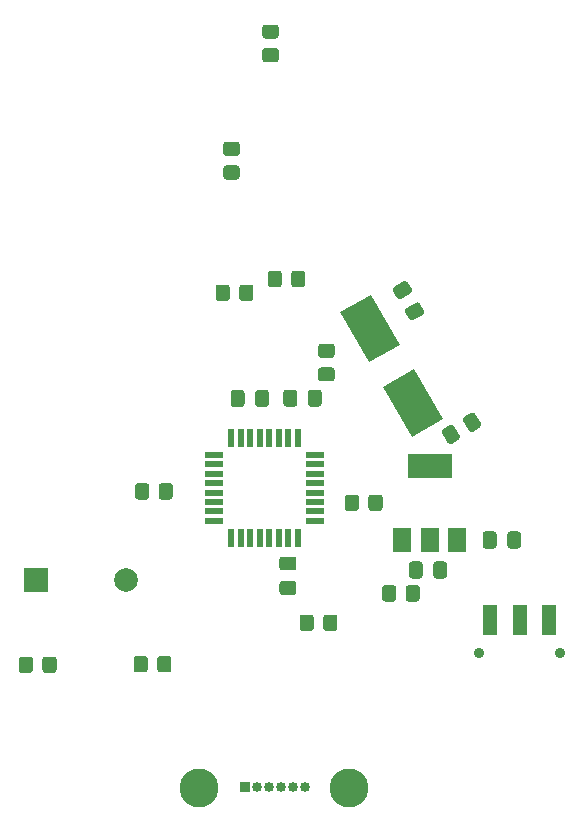
<source format=gbr>
%TF.GenerationSoftware,KiCad,Pcbnew,(5.1.10)-1*%
%TF.CreationDate,2021-11-13T13:30:36-05:00*%
%TF.ProjectId,Electronics Club,456c6563-7472-46f6-9e69-637320436c75,rev?*%
%TF.SameCoordinates,Original*%
%TF.FileFunction,Soldermask,Bot*%
%TF.FilePolarity,Negative*%
%FSLAX46Y46*%
G04 Gerber Fmt 4.6, Leading zero omitted, Abs format (unit mm)*
G04 Created by KiCad (PCBNEW (5.1.10)-1) date 2021-11-13 13:30:36*
%MOMM*%
%LPD*%
G01*
G04 APERTURE LIST*
%ADD10C,3.300000*%
%ADD11R,2.000000X2.000000*%
%ADD12C,2.000000*%
%ADD13R,0.850000X0.850000*%
%ADD14O,0.850000X0.850000*%
%ADD15R,1.250000X2.500000*%
%ADD16C,0.900000*%
%ADD17R,3.800000X2.000000*%
%ADD18R,1.500000X2.000000*%
%ADD19R,0.550000X1.600000*%
%ADD20R,1.600000X0.550000*%
%ADD21C,0.100000*%
G04 APERTURE END LIST*
D10*
%TO.C,BT1*%
X176022000Y-127000000D03*
X188722000Y-127000000D03*
%TD*%
D11*
%TO.C,BZ1*%
X162255200Y-109372400D03*
D12*
X169855200Y-109372400D03*
%TD*%
%TO.C,C1*%
G36*
G01*
X201255300Y-105544600D02*
X201255300Y-106494600D01*
G75*
G02*
X201005300Y-106744600I-250000J0D01*
G01*
X200330300Y-106744600D01*
G75*
G02*
X200080300Y-106494600I0J250000D01*
G01*
X200080300Y-105544600D01*
G75*
G02*
X200330300Y-105294600I250000J0D01*
G01*
X201005300Y-105294600D01*
G75*
G02*
X201255300Y-105544600I0J-250000D01*
G01*
G37*
G36*
G01*
X203330300Y-105544600D02*
X203330300Y-106494600D01*
G75*
G02*
X203080300Y-106744600I-250000J0D01*
G01*
X202405300Y-106744600D01*
G75*
G02*
X202155300Y-106494600I0J250000D01*
G01*
X202155300Y-105544600D01*
G75*
G02*
X202405300Y-105294600I250000J0D01*
G01*
X203080300Y-105294600D01*
G75*
G02*
X203330300Y-105544600I0J-250000D01*
G01*
G37*
%TD*%
%TO.C,C2*%
G36*
G01*
X193831900Y-109034600D02*
X193831900Y-108084600D01*
G75*
G02*
X194081900Y-107834600I250000J0D01*
G01*
X194756900Y-107834600D01*
G75*
G02*
X195006900Y-108084600I0J-250000D01*
G01*
X195006900Y-109034600D01*
G75*
G02*
X194756900Y-109284600I-250000J0D01*
G01*
X194081900Y-109284600D01*
G75*
G02*
X193831900Y-109034600I0J250000D01*
G01*
G37*
G36*
G01*
X195906900Y-109034600D02*
X195906900Y-108084600D01*
G75*
G02*
X196156900Y-107834600I250000J0D01*
G01*
X196831900Y-107834600D01*
G75*
G02*
X197081900Y-108084600I0J-250000D01*
G01*
X197081900Y-109034600D01*
G75*
G02*
X196831900Y-109284600I-250000J0D01*
G01*
X196156900Y-109284600D01*
G75*
G02*
X195906900Y-109034600I0J250000D01*
G01*
G37*
%TD*%
%TO.C,C3*%
G36*
G01*
X185285800Y-94480400D02*
X185285800Y-93530400D01*
G75*
G02*
X185535800Y-93280400I250000J0D01*
G01*
X186210800Y-93280400D01*
G75*
G02*
X186460800Y-93530400I0J-250000D01*
G01*
X186460800Y-94480400D01*
G75*
G02*
X186210800Y-94730400I-250000J0D01*
G01*
X185535800Y-94730400D01*
G75*
G02*
X185285800Y-94480400I0J250000D01*
G01*
G37*
G36*
G01*
X183210800Y-94480400D02*
X183210800Y-93530400D01*
G75*
G02*
X183460800Y-93280400I250000J0D01*
G01*
X184135800Y-93280400D01*
G75*
G02*
X184385800Y-93530400I0J-250000D01*
G01*
X184385800Y-94480400D01*
G75*
G02*
X184135800Y-94730400I-250000J0D01*
G01*
X183460800Y-94730400D01*
G75*
G02*
X183210800Y-94480400I0J250000D01*
G01*
G37*
%TD*%
%TO.C,C4*%
G36*
G01*
X183116200Y-107421100D02*
X184066200Y-107421100D01*
G75*
G02*
X184316200Y-107671100I0J-250000D01*
G01*
X184316200Y-108346100D01*
G75*
G02*
X184066200Y-108596100I-250000J0D01*
G01*
X183116200Y-108596100D01*
G75*
G02*
X182866200Y-108346100I0J250000D01*
G01*
X182866200Y-107671100D01*
G75*
G02*
X183116200Y-107421100I250000J0D01*
G01*
G37*
G36*
G01*
X183116200Y-109496100D02*
X184066200Y-109496100D01*
G75*
G02*
X184316200Y-109746100I0J-250000D01*
G01*
X184316200Y-110421100D01*
G75*
G02*
X184066200Y-110671100I-250000J0D01*
G01*
X183116200Y-110671100D01*
G75*
G02*
X182866200Y-110421100I0J250000D01*
G01*
X182866200Y-109746100D01*
G75*
G02*
X183116200Y-109496100I250000J0D01*
G01*
G37*
%TD*%
%TO.C,C5*%
G36*
G01*
X179919300Y-93555800D02*
X179919300Y-94505800D01*
G75*
G02*
X179669300Y-94755800I-250000J0D01*
G01*
X178994300Y-94755800D01*
G75*
G02*
X178744300Y-94505800I0J250000D01*
G01*
X178744300Y-93555800D01*
G75*
G02*
X178994300Y-93305800I250000J0D01*
G01*
X179669300Y-93305800D01*
G75*
G02*
X179919300Y-93555800I0J-250000D01*
G01*
G37*
G36*
G01*
X181994300Y-93555800D02*
X181994300Y-94505800D01*
G75*
G02*
X181744300Y-94755800I-250000J0D01*
G01*
X181069300Y-94755800D01*
G75*
G02*
X180819300Y-94505800I0J250000D01*
G01*
X180819300Y-93555800D01*
G75*
G02*
X181069300Y-93305800I250000J0D01*
G01*
X181744300Y-93305800D01*
G75*
G02*
X181994300Y-93555800I0J-250000D01*
G01*
G37*
%TD*%
%TO.C,C6*%
G36*
G01*
X195015112Y-86936090D02*
X194192388Y-87411090D01*
G75*
G02*
X193850882Y-87319584I-125000J216506D01*
G01*
X193513382Y-86735016D01*
G75*
G02*
X193604888Y-86393510I216506J125000D01*
G01*
X194427612Y-85918510D01*
G75*
G02*
X194769118Y-86010016I125000J-216506D01*
G01*
X195106618Y-86594584D01*
G75*
G02*
X195015112Y-86936090I-216506J-125000D01*
G01*
G37*
G36*
G01*
X193977612Y-85139088D02*
X193154888Y-85614088D01*
G75*
G02*
X192813382Y-85522582I-125000J216506D01*
G01*
X192475882Y-84938014D01*
G75*
G02*
X192567388Y-84596508I216506J125000D01*
G01*
X193390112Y-84121508D01*
G75*
G02*
X193731618Y-84213014I125000J-216506D01*
G01*
X194069118Y-84797582D01*
G75*
G02*
X193977612Y-85139088I-216506J-125000D01*
G01*
G37*
%TD*%
%TO.C,C7*%
G36*
G01*
X199445390Y-95332288D02*
X199920390Y-96155012D01*
G75*
G02*
X199828884Y-96496518I-216506J-125000D01*
G01*
X199244316Y-96834018D01*
G75*
G02*
X198902810Y-96742512I-125000J216506D01*
G01*
X198427810Y-95919788D01*
G75*
G02*
X198519316Y-95578282I216506J125000D01*
G01*
X199103884Y-95240782D01*
G75*
G02*
X199445390Y-95332288I125000J-216506D01*
G01*
G37*
G36*
G01*
X197648388Y-96369788D02*
X198123388Y-97192512D01*
G75*
G02*
X198031882Y-97534018I-216506J-125000D01*
G01*
X197447314Y-97871518D01*
G75*
G02*
X197105808Y-97780012I-125000J216506D01*
G01*
X196630808Y-96957288D01*
G75*
G02*
X196722314Y-96615782I216506J125000D01*
G01*
X197306882Y-96278282D01*
G75*
G02*
X197648388Y-96369788I125000J-216506D01*
G01*
G37*
%TD*%
D13*
%TO.C,J1*%
X179997600Y-126898400D03*
D14*
X180997600Y-126898400D03*
X181997600Y-126898400D03*
X182997600Y-126898400D03*
X183997600Y-126898400D03*
X184997600Y-126898400D03*
%TD*%
%TO.C,R1*%
G36*
G01*
X182568001Y-65573200D02*
X181667999Y-65573200D01*
G75*
G02*
X181418000Y-65323201I0J249999D01*
G01*
X181418000Y-64623199D01*
G75*
G02*
X181667999Y-64373200I249999J0D01*
G01*
X182568001Y-64373200D01*
G75*
G02*
X182818000Y-64623199I0J-249999D01*
G01*
X182818000Y-65323201D01*
G75*
G02*
X182568001Y-65573200I-249999J0D01*
G01*
G37*
G36*
G01*
X182568001Y-63573200D02*
X181667999Y-63573200D01*
G75*
G02*
X181418000Y-63323201I0J249999D01*
G01*
X181418000Y-62623199D01*
G75*
G02*
X181667999Y-62373200I249999J0D01*
G01*
X182568001Y-62373200D01*
G75*
G02*
X182818000Y-62623199I0J-249999D01*
G01*
X182818000Y-63323201D01*
G75*
G02*
X182568001Y-63573200I-249999J0D01*
G01*
G37*
%TD*%
%TO.C,R2*%
G36*
G01*
X162007600Y-116135999D02*
X162007600Y-117036001D01*
G75*
G02*
X161757601Y-117286000I-249999J0D01*
G01*
X161057599Y-117286000D01*
G75*
G02*
X160807600Y-117036001I0J249999D01*
G01*
X160807600Y-116135999D01*
G75*
G02*
X161057599Y-115886000I249999J0D01*
G01*
X161757601Y-115886000D01*
G75*
G02*
X162007600Y-116135999I0J-249999D01*
G01*
G37*
G36*
G01*
X164007600Y-116135999D02*
X164007600Y-117036001D01*
G75*
G02*
X163757601Y-117286000I-249999J0D01*
G01*
X163057599Y-117286000D01*
G75*
G02*
X162807600Y-117036001I0J249999D01*
G01*
X162807600Y-116135999D01*
G75*
G02*
X163057599Y-115886000I249999J0D01*
G01*
X163757601Y-115886000D01*
G75*
G02*
X164007600Y-116135999I0J-249999D01*
G01*
G37*
%TD*%
%TO.C,R3*%
G36*
G01*
X180670000Y-84639999D02*
X180670000Y-85540001D01*
G75*
G02*
X180420001Y-85790000I-249999J0D01*
G01*
X179719999Y-85790000D01*
G75*
G02*
X179470000Y-85540001I0J249999D01*
G01*
X179470000Y-84639999D01*
G75*
G02*
X179719999Y-84390000I249999J0D01*
G01*
X180420001Y-84390000D01*
G75*
G02*
X180670000Y-84639999I0J-249999D01*
G01*
G37*
G36*
G01*
X178670000Y-84639999D02*
X178670000Y-85540001D01*
G75*
G02*
X178420001Y-85790000I-249999J0D01*
G01*
X177719999Y-85790000D01*
G75*
G02*
X177470000Y-85540001I0J249999D01*
G01*
X177470000Y-84639999D01*
G75*
G02*
X177719999Y-84390000I249999J0D01*
G01*
X178420001Y-84390000D01*
G75*
G02*
X178670000Y-84639999I0J-249999D01*
G01*
G37*
%TD*%
%TO.C,R4*%
G36*
G01*
X190408000Y-103320001D02*
X190408000Y-102419999D01*
G75*
G02*
X190657999Y-102170000I249999J0D01*
G01*
X191358001Y-102170000D01*
G75*
G02*
X191608000Y-102419999I0J-249999D01*
G01*
X191608000Y-103320001D01*
G75*
G02*
X191358001Y-103570000I-249999J0D01*
G01*
X190657999Y-103570000D01*
G75*
G02*
X190408000Y-103320001I0J249999D01*
G01*
G37*
G36*
G01*
X188408000Y-103320001D02*
X188408000Y-102419999D01*
G75*
G02*
X188657999Y-102170000I249999J0D01*
G01*
X189358001Y-102170000D01*
G75*
G02*
X189608000Y-102419999I0J-249999D01*
G01*
X189608000Y-103320001D01*
G75*
G02*
X189358001Y-103570000I-249999J0D01*
G01*
X188657999Y-103570000D01*
G75*
G02*
X188408000Y-103320001I0J249999D01*
G01*
G37*
%TD*%
%TO.C,R5*%
G36*
G01*
X187292401Y-92598800D02*
X186392399Y-92598800D01*
G75*
G02*
X186142400Y-92348801I0J249999D01*
G01*
X186142400Y-91648799D01*
G75*
G02*
X186392399Y-91398800I249999J0D01*
G01*
X187292401Y-91398800D01*
G75*
G02*
X187542400Y-91648799I0J-249999D01*
G01*
X187542400Y-92348801D01*
G75*
G02*
X187292401Y-92598800I-249999J0D01*
G01*
G37*
G36*
G01*
X187292401Y-90598800D02*
X186392399Y-90598800D01*
G75*
G02*
X186142400Y-90348801I0J249999D01*
G01*
X186142400Y-89648799D01*
G75*
G02*
X186392399Y-89398800I249999J0D01*
G01*
X187292401Y-89398800D01*
G75*
G02*
X187542400Y-89648799I0J-249999D01*
G01*
X187542400Y-90348801D01*
G75*
G02*
X187292401Y-90598800I-249999J0D01*
G01*
G37*
%TD*%
%TO.C,R6*%
G36*
G01*
X193557600Y-110990801D02*
X193557600Y-110090799D01*
G75*
G02*
X193807599Y-109840800I249999J0D01*
G01*
X194507601Y-109840800D01*
G75*
G02*
X194757600Y-110090799I0J-249999D01*
G01*
X194757600Y-110990801D01*
G75*
G02*
X194507601Y-111240800I-249999J0D01*
G01*
X193807599Y-111240800D01*
G75*
G02*
X193557600Y-110990801I0J249999D01*
G01*
G37*
G36*
G01*
X191557600Y-110990801D02*
X191557600Y-110090799D01*
G75*
G02*
X191807599Y-109840800I249999J0D01*
G01*
X192507601Y-109840800D01*
G75*
G02*
X192757600Y-110090799I0J-249999D01*
G01*
X192757600Y-110990801D01*
G75*
G02*
X192507601Y-111240800I-249999J0D01*
G01*
X191807599Y-111240800D01*
G75*
G02*
X191557600Y-110990801I0J249999D01*
G01*
G37*
%TD*%
%TO.C,R7*%
G36*
G01*
X173846800Y-101454799D02*
X173846800Y-102354801D01*
G75*
G02*
X173596801Y-102604800I-249999J0D01*
G01*
X172896799Y-102604800D01*
G75*
G02*
X172646800Y-102354801I0J249999D01*
G01*
X172646800Y-101454799D01*
G75*
G02*
X172896799Y-101204800I249999J0D01*
G01*
X173596801Y-101204800D01*
G75*
G02*
X173846800Y-101454799I0J-249999D01*
G01*
G37*
G36*
G01*
X171846800Y-101454799D02*
X171846800Y-102354801D01*
G75*
G02*
X171596801Y-102604800I-249999J0D01*
G01*
X170896799Y-102604800D01*
G75*
G02*
X170646800Y-102354801I0J249999D01*
G01*
X170646800Y-101454799D01*
G75*
G02*
X170896799Y-101204800I249999J0D01*
G01*
X171596801Y-101204800D01*
G75*
G02*
X171846800Y-101454799I0J-249999D01*
G01*
G37*
%TD*%
%TO.C,R8*%
G36*
G01*
X179266001Y-73498000D02*
X178365999Y-73498000D01*
G75*
G02*
X178116000Y-73248001I0J249999D01*
G01*
X178116000Y-72547999D01*
G75*
G02*
X178365999Y-72298000I249999J0D01*
G01*
X179266001Y-72298000D01*
G75*
G02*
X179516000Y-72547999I0J-249999D01*
G01*
X179516000Y-73248001D01*
G75*
G02*
X179266001Y-73498000I-249999J0D01*
G01*
G37*
G36*
G01*
X179266001Y-75498000D02*
X178365999Y-75498000D01*
G75*
G02*
X178116000Y-75248001I0J249999D01*
G01*
X178116000Y-74547999D01*
G75*
G02*
X178365999Y-74298000I249999J0D01*
G01*
X179266001Y-74298000D01*
G75*
G02*
X179516000Y-74547999I0J-249999D01*
G01*
X179516000Y-75248001D01*
G75*
G02*
X179266001Y-75498000I-249999J0D01*
G01*
G37*
%TD*%
%TO.C,R9*%
G36*
G01*
X181873600Y-84371601D02*
X181873600Y-83471599D01*
G75*
G02*
X182123599Y-83221600I249999J0D01*
G01*
X182823601Y-83221600D01*
G75*
G02*
X183073600Y-83471599I0J-249999D01*
G01*
X183073600Y-84371601D01*
G75*
G02*
X182823601Y-84621600I-249999J0D01*
G01*
X182123599Y-84621600D01*
G75*
G02*
X181873600Y-84371601I0J249999D01*
G01*
G37*
G36*
G01*
X183873600Y-84371601D02*
X183873600Y-83471599D01*
G75*
G02*
X184123599Y-83221600I249999J0D01*
G01*
X184823601Y-83221600D01*
G75*
G02*
X185073600Y-83471599I0J-249999D01*
G01*
X185073600Y-84371601D01*
G75*
G02*
X184823601Y-84621600I-249999J0D01*
G01*
X184123599Y-84621600D01*
G75*
G02*
X183873600Y-84371601I0J249999D01*
G01*
G37*
%TD*%
%TO.C,R10*%
G36*
G01*
X185782000Y-112579999D02*
X185782000Y-113480001D01*
G75*
G02*
X185532001Y-113730000I-249999J0D01*
G01*
X184831999Y-113730000D01*
G75*
G02*
X184582000Y-113480001I0J249999D01*
G01*
X184582000Y-112579999D01*
G75*
G02*
X184831999Y-112330000I249999J0D01*
G01*
X185532001Y-112330000D01*
G75*
G02*
X185782000Y-112579999I0J-249999D01*
G01*
G37*
G36*
G01*
X187782000Y-112579999D02*
X187782000Y-113480001D01*
G75*
G02*
X187532001Y-113730000I-249999J0D01*
G01*
X186831999Y-113730000D01*
G75*
G02*
X186582000Y-113480001I0J249999D01*
G01*
X186582000Y-112579999D01*
G75*
G02*
X186831999Y-112330000I249999J0D01*
G01*
X187532001Y-112330000D01*
G75*
G02*
X187782000Y-112579999I0J-249999D01*
G01*
G37*
%TD*%
%TO.C,R11*%
G36*
G01*
X173726400Y-116085199D02*
X173726400Y-116985201D01*
G75*
G02*
X173476401Y-117235200I-249999J0D01*
G01*
X172776399Y-117235200D01*
G75*
G02*
X172526400Y-116985201I0J249999D01*
G01*
X172526400Y-116085199D01*
G75*
G02*
X172776399Y-115835200I249999J0D01*
G01*
X173476401Y-115835200D01*
G75*
G02*
X173726400Y-116085199I0J-249999D01*
G01*
G37*
G36*
G01*
X171726400Y-116085199D02*
X171726400Y-116985201D01*
G75*
G02*
X171476401Y-117235200I-249999J0D01*
G01*
X170776399Y-117235200D01*
G75*
G02*
X170526400Y-116985201I0J249999D01*
G01*
X170526400Y-116085199D01*
G75*
G02*
X170776399Y-115835200I249999J0D01*
G01*
X171476401Y-115835200D01*
G75*
G02*
X171726400Y-116085199I0J-249999D01*
G01*
G37*
%TD*%
D15*
%TO.C,SW1*%
X205700000Y-112820000D03*
X203200000Y-112820000D03*
X200700000Y-112820000D03*
D16*
X206600000Y-115570000D03*
X199800000Y-115570000D03*
%TD*%
D17*
%TO.C,U2*%
X195580000Y-99720000D03*
D18*
X195580000Y-106020000D03*
X193280000Y-106020000D03*
X197880000Y-106020000D03*
%TD*%
D19*
%TO.C,U3*%
X178810000Y-97350000D03*
X179610000Y-97350000D03*
X180410000Y-97350000D03*
X181210000Y-97350000D03*
X182010000Y-97350000D03*
X182810000Y-97350000D03*
X183610000Y-97350000D03*
X184410000Y-97350000D03*
D20*
X185860000Y-98800000D03*
X185860000Y-99600000D03*
X185860000Y-100400000D03*
X185860000Y-101200000D03*
X185860000Y-102000000D03*
X185860000Y-102800000D03*
X185860000Y-103600000D03*
X185860000Y-104400000D03*
D19*
X184410000Y-105850000D03*
X183610000Y-105850000D03*
X182810000Y-105850000D03*
X182010000Y-105850000D03*
X181210000Y-105850000D03*
X180410000Y-105850000D03*
X179610000Y-105850000D03*
X178810000Y-105850000D03*
D20*
X177360000Y-104400000D03*
X177360000Y-103600000D03*
X177360000Y-102800000D03*
X177360000Y-102000000D03*
X177360000Y-101200000D03*
X177360000Y-100400000D03*
X177360000Y-99600000D03*
X177360000Y-98800000D03*
%TD*%
D21*
%TO.C,Y1*%
G36*
X188034362Y-86743452D02*
G01*
X190632438Y-85243452D01*
X193082438Y-89486976D01*
X190484362Y-90986976D01*
X188034362Y-86743452D01*
G37*
G36*
X191684362Y-93065438D02*
G01*
X194282438Y-91565438D01*
X196732438Y-95808962D01*
X194134362Y-97308962D01*
X191684362Y-93065438D01*
G37*
%TD*%
M02*

</source>
